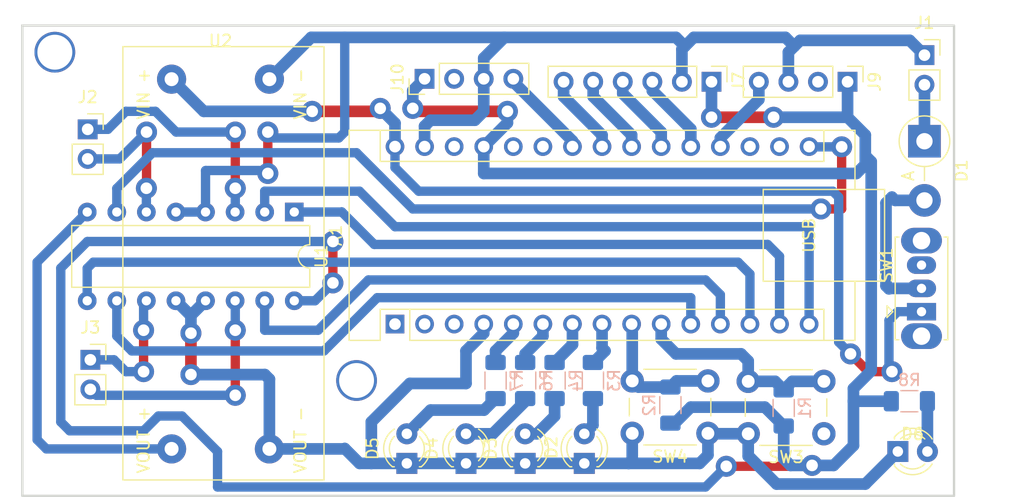
<source format=kicad_pcb>
(kicad_pcb (version 20221018) (generator pcbnew)
  (layers (0 "F.Cu" signal) (31 "B.Cu" signal) (34 "B.Paste" user) (35 "F.Paste" user) (36 "B.SilkS" user "B.Silkscreen") (37 "F.SilkS" user "F.Silkscreen") (38 "B.Mask" user) (39 "F.Mask" user) (44 "Edge.Cuts" user))
  (net 0 "")
  (net 4 "GND")
  (net 5 "/PWM1")
  (net 8 "/S1")
  (net 11 "/5v")
  (net 13 "/VIN")
  (net 14 "VCC")
  (net 15 "Net-(D1-K)")
  (net 16 "Net-(D4-A)")
  (net 17 "Net-(D5-A)")
  (net 18 "Net-(D6-A)")
  (net 19 "/L2")
  (net 20 "/L1")
  (net 22 "/INA1")
  (net 23 "/INA2")
  (net 24 "/Vm")
  (net 25 "/INB1")
  (net 26 "/B1")
  (net 27 "/B2")
  (net 28 "/INB2")
  (net 29 "/DATA1")
  (net 30 "/DATA2")
  (net 33 "/OUTA1")
  (net 34 "/OUTA2")
  (net 35 "/OUTB1")
  (net 36 "/OUTB2")
  (net 37 "/PWM2")
  (net 38 "Net-(D2-A)")
  (net 39 "Net-(D3-A)")
  (net 40 "/L4")
  (net 41 "/L3")
  (net 42 "/S2")
  (net 43 "/S3")
  (net 44 "/S4")
  (footprint "LED_THT:LED_D3.0mm" (layer "F.Cu") (at 142.494 56.901 90)
    (fp_text reference "D3" (at 1.27 -2.96 90) (layer "F.SilkS"))
    (fp_text value "LED")
    (pad "1" thru_hole rect (at 0 0 90) (size 1.8 1.8) (drill 0.9) (layers "*.Cu" "*.Mask") (net 4 "GND"))
    (pad "2" thru_hole circle (at 2.54 0 90) (size 1.8 1.8) (drill 0.9) (layers "*.Cu" "*.Mask") (net 39 "Net-(D3-A)"))
  )
  (footprint "Module:Arduino_Nano" (layer "F.Cu") (at 131.318 44.938 90)
    (fp_text reference "A1" (at 7.62 -5.08 90) (layer "F.SilkS"))
    (fp_text value "Arduino_Nano_v3.x")
    (fp_text user "USB" (at 7.62 35.56 90 unlocked) (layer "F.SilkS"))
    (pad "1" thru_hole rect (at 0 0 90) (size 1.6 1.6) (drill 1) (layers "*.Cu" "*.Mask"))
    (pad "2" thru_hole oval (at 0 2.54 90) (size 1.6 1.6) (drill 1) (layers "*.Cu" "*.Mask"))
    (pad "3" thru_hole oval (at 0 5.08 90) (size 1.6 1.6) (drill 1) (layers "*.Cu" "*.Mask"))
    (pad "4" thru_hole oval (at 0 7.62 90) (size 1.6 1.6) (drill 1) (layers "*.Cu" "*.Mask") (net 4 "GND"))
    (pad "5" thru_hole oval (at 0 10.16 90) (size 1.6 1.6) (drill 1) (layers "*.Cu" "*.Mask") (net 20 "/L1"))
    (pad "6" thru_hole oval (at 0 12.7 90) (size 1.6 1.6) (drill 1) (layers "*.Cu" "*.Mask") (net 19 "/L2"))
    (pad "7" thru_hole oval (at 0 15.24 90) (size 1.6 1.6) (drill 1) (layers "*.Cu" "*.Mask") (net 41 "/L3"))
    (pad "8" thru_hole oval (at 0 17.78 90) (size 1.6 1.6) (drill 1) (layers "*.Cu" "*.Mask") (net 40 "/L4"))
    (pad "9" thru_hole oval (at 0 20.32 90) (size 1.6 1.6) (drill 1) (layers "*.Cu" "*.Mask") (net 27 "/B2"))
    (pad "10" thru_hole oval (at 0 22.86 90) (size 1.6 1.6) (drill 1) (layers "*.Cu" "*.Mask") (net 26 "/B1"))
    (pad "11" thru_hole oval (at 0 25.4 90) (size 1.6 1.6) (drill 1) (layers "*.Cu" "*.Mask") (net 25 "/INB1"))
    (pad "12" thru_hole oval (at 0 27.94 90) (size 1.6 1.6) (drill 1) (layers "*.Cu" "*.Mask") (net 28 "/INB2"))
    (pad "13" thru_hole oval (at 0 30.48 90) (size 1.6 1.6) (drill 1) (layers "*.Cu" "*.Mask") (net 37 "/PWM2"))
    (pad "14" thru_hole oval (at 0 33.02 90) (size 1.6 1.6) (drill 1) (layers "*.Cu" "*.Mask") (net 5 "/PWM1"))
    (pad "15" thru_hole oval (at 0 35.56 90) (size 1.6 1.6) (drill 1) (layers "*.Cu" "*.Mask") (net 22 "/INA1"))
    (pad "16" thru_hole oval (at 15.24 35.56 90) (size 1.6 1.6) (drill 1) (layers "*.Cu" "*.Mask") (net 23 "/INA2"))
    (pad "17" thru_hole oval (at 15.24 33.02 90) (size 1.6 1.6) (drill 1) (layers "*.Cu" "*.Mask"))
    (pad "18" thru_hole oval (at 15.24 30.48 90) (size 1.6 1.6) (drill 1) (layers "*.Cu" "*.Mask"))
    (pad "19" thru_hole oval (at 15.24 27.94 90) (size 1.6 1.6) (drill 1) (layers "*.Cu" "*.Mask") (net 29 "/DATA1"))
    (pad "20" thru_hole oval (at 15.24 25.4 90) (size 1.6 1.6) (drill 1) (layers "*.Cu" "*.Mask") (net 8 "/S1"))
    (pad "21" thru_hole oval (at 15.24 22.86 90) (size 1.6 1.6) (drill 1) (layers "*.Cu" "*.Mask") (net 42 "/S2"))
    (pad "22" thru_hole oval (at 15.24 20.32 90) (size 1.6 1.6) (drill 1) (layers "*.Cu" "*.Mask") (net 43 "/S3"))
    (pad "23" thru_hole oval (at 15.24 17.78 90) (size 1.6 1.6) (drill 1) (layers "*.Cu" "*.Mask") (net 44 "/S4"))
    (pad "24" thru_hole oval (at 15.24 15.24 90) (size 1.6 1.6) (drill 1) (layers "*.Cu" "*.Mask") (net 30 "/DATA2"))
    (pad "25" thru_hole oval (at 15.24 12.7 90) (size 1.6 1.6) (drill 1) (layers "*.Cu" "*.Mask"))
    (pad "26" thru_hole oval (at 15.24 10.16 90) (size 1.6 1.6) (drill 1) (layers "*.Cu" "*.Mask"))
    (pad "27" thru_hole oval (at 15.24 7.62 90) (size 1.6 1.6) (drill 1) (layers "*.Cu" "*.Mask") (net 11 "/5v"))
    (pad "28" thru_hole oval (at 15.24 5.08 90) (size 1.6 1.6) (drill 1) (layers "*.Cu" "*.Mask"))
    (pad "29" thru_hole oval (at 15.24 2.54 90) (size 1.6 1.6) (drill 1) (layers "*.Cu" "*.Mask") (net 4 "GND"))
    (pad "30" thru_hole oval (at 15.24 0 90) (size 1.6 1.6) (drill 1) (layers "*.Cu" "*.Mask") (net 13 "/VIN"))
  )
  (footprint "Connector_PinSocket_2.54mm:PinSocket_1x02_P2.54mm_Vertical" (layer "F.Cu") (at 176.784 21.844)
    (fp_text reference "J1" (at 0 -2.77) (layer "F.SilkS"))
    (fp_text value "Screw_Terminal_01x02")
    (pad "1" thru_hole rect (at 0 0) (size 1.7 1.7) (drill 1) (layers "*.Cu" "*.Mask") (net 4 "GND"))
    (pad "2" thru_hole oval (at 0 2.54) (size 1.7 1.7) (drill 1) (layers "*.Cu" "*.Mask") (net 14 "VCC"))
  )
  (footprint "propios:MT3608" (layer "F.Cu") (at 116.332 21.1135)
    (fp_text reference "U2" (at 0 -0.5 unlocked) (layer "F.SilkS"))
    (fp_text value "Mt3608")
    (fp_text user "VIN +" (at -6.604 4.064 90 unlocked) (layer "F.SilkS"))
    (fp_text user "VOUT +" (at -6.604 33.782 90 unlocked) (layer "F.SilkS"))
    (fp_text user "VIN -" (at 6.858 4.064 90 unlocked) (layer "F.SilkS"))
    (fp_text user "VOUT -" (at 6.858 33.782 90 unlocked) (layer "F.SilkS"))
    (pad "1" thru_hole circle (at -4.2 2.794) (size 2.5 2.5) (drill 1.2) (layers "*.Cu" "*.Mask") (net 13 "/VIN"))
    (pad "2" thru_hole circle (at -4.2 34.544) (size 2.5 2.5) (drill 1.2) (layers "*.Cu" "*.Mask") (net 24 "/Vm"))
    (pad "3" thru_hole circle (at 4.2 2.794) (size 2.5 2.5) (drill 1.2) (layers "*.Cu" "*.Mask") (net 4 "GND"))
    (pad "4" thru_hole circle (at 4.2 34.544) (size 2.5 2.5) (drill 1.2) (layers "*.Cu" "*.Mask") (net 4 "GND"))
  )
  (footprint "LED_THT:LED_D3.0mm" (layer "F.Cu") (at 174.498 55.88)
    (fp_text reference "D6" (at 1.270117 -1.5) (layer "F.SilkS"))
    (fp_text value "LED")
    (pad "1" thru_hole rect (at 0 0) (size 1.8 1.8) (drill 0.9) (layers "*.Cu" "*.Mask") (net 4 "GND"))
    (pad "2" thru_hole circle (at 2.54 0) (size 1.8 1.8) (drill 0.9) (layers "*.Cu" "*.Mask") (net 18 "Net-(D6-A)"))
  )
  (footprint "Connector_PinHeader_2.54mm:PinHeader_1x06_P2.54mm_Vertical" (layer "F.Cu") (at 158.496 24.13 -90)
    (fp_text reference "J7" (at 0 -2.33 90) (layer "F.SilkS"))
    (fp_text value "Conn_01x06_Pin")
    (pad "1" thru_hole rect (at 0 0 270) (size 1.7 1.7) (drill 1) (layers "*.Cu" "*.Mask") (net 11 "/5v"))
    (pad "2" thru_hole oval (at 0 2.54 270) (size 1.7 1.7) (drill 1) (layers "*.Cu" "*.Mask") (net 4 "GND"))
    (pad "3" thru_hole oval (at 0 5.08 270) (size 1.7 1.7) (drill 1) (layers "*.Cu" "*.Mask") (net 8 "/S1"))
    (pad "4" thru_hole oval (at 0 7.62 270) (size 1.7 1.7) (drill 1) (layers "*.Cu" "*.Mask") (net 42 "/S2"))
    (pad "5" thru_hole oval (at 0 10.16 270) (size 1.7 1.7) (drill 1) (layers "*.Cu" "*.Mask") (net 43 "/S3"))
    (pad "6" thru_hole oval (at 0 12.7 270) (size 1.7 1.7) (drill 1) (layers "*.Cu" "*.Mask") (net 44 "/S4"))
  )
  (footprint "Package_DIP:DIP-16_W7.62mm" (layer "F.Cu") (at 122.667 35.316 -90)
    (fp_text reference "U1" (at 3.81 -2.33 90) (layer "F.SilkS"))
    (fp_text value "L293")
    (pad "1" thru_hole rect (at 0 0 270) (size 1.6 1.6) (drill 0.8) (layers "*.Cu" "*.Mask") (net 5 "/PWM1"))
    (pad "2" thru_hole oval (at 0 2.54 270) (size 1.6 1.6) (drill 0.8) (layers "*.Cu" "*.Mask") (net 22 "/INA1"))
    (pad "3" thru_hole oval (at 0 5.08 270) (size 1.6 1.6) (drill 0.8) (layers "*.Cu" "*.Mask") (net 33 "/OUTA1"))
    (pad "4" thru_hole oval (at 0 7.62 270) (size 1.6 1.6) (drill 0.8) (layers "*.Cu" "*.Mask") (net 4 "GND"))
    (pad "5" thru_hole oval (at 0 10.16 270) (size 1.6 1.6) (drill 0.8) (layers "*.Cu" "*.Mask") (net 4 "GND"))
    (pad "6" thru_hole oval (at 0 12.7 270) (size 1.6 1.6) (drill 0.8) (layers "*.Cu" "*.Mask") (net 34 "/OUTA2"))
    (pad "7" thru_hole oval (at 0 15.24 270) (size 1.6 1.6) (drill 0.8) (layers "*.Cu" "*.Mask") (net 23 "/INA2"))
    (pad "8" thru_hole oval (at 0 17.78 270) (size 1.6 1.6) (drill 0.8) (layers "*.Cu" "*.Mask") (net 24 "/Vm"))
    (pad "9" thru_hole oval (at 7.62 17.78 270) (size 1.6 1.6) (drill 0.8) (layers "*.Cu" "*.Mask") (net 37 "/PWM2"))
    (pad "10" thru_hole oval (at 7.62 15.24 270) (size 1.6 1.6) (drill 0.8) (layers "*.Cu" "*.Mask") (net 25 "/INB1"))
    (pad "11" thru_hole oval (at 7.62 12.7 270) (size 1.6 1.6) (drill 0.8) (layers "*.Cu" "*.Mask") (net 35 "/OUTB1"))
    (pad "12" thru_hole oval (at 7.62 10.16 270) (size 1.6 1.6) (drill 0.8) (layers "*.Cu" "*.Mask") (net 4 "GND"))
    (pad "13" thru_hole oval (at 7.62 7.62 270) (size 1.6 1.6) (drill 0.8) (layers "*.Cu" "*.Mask") (net 4 "GND"))
    (pad "14" thru_hole oval (at 7.62 5.08 270) (size 1.6 1.6) (drill 0.8) (layers "*.Cu" "*.Mask") (net 36 "/OUTB2"))
    (pad "15" thru_hole oval (at 7.62 2.54 270) (size 1.6 1.6) (drill 0.8) (layers "*.Cu" "*.Mask") (net 28 "/INB2"))
    (pad "16" thru_hole oval (at 7.62 0 270) (size 1.6 1.6) (drill 0.8) (layers "*.Cu" "*.Mask") (net 11 "/5v"))
  )
  (footprint "Diode_THT:D_5W_P5.08mm_Vertical_AnodeUp" (layer "F.Cu") (at 176.784 29.235949 -90)
    (fp_text reference "D1" (at 2.54 -3.174899 90) (layer "F.SilkS"))
    (fp_text value "type=\"D\" model=\"DIODE\" lib=\"\"")
    (fp_text user "A" (at 2.98 1.4 90) (layer "F.SilkS"))
    (pad "1" thru_hole rect (at 0 0 270) (size 2.8 2.8) (drill 1.4) (layers "*.Cu" "*.Mask") (net 14 "VCC"))
    (pad "2" thru_hole oval (at 5.08 0 270) (size 2.8 2.8) (drill 1.4) (layers "*.Cu" "*.Mask") (net 15 "Net-(D1-K)"))
  )
  (footprint "LED_THT:LED_D3.0mm" (layer "F.Cu") (at 147.574 56.901 90)
    (fp_text reference "D2" (at 1.366487 -2.838341 90) (layer "F.SilkS"))
    (fp_text value "LED")
    (pad "1" thru_hole rect (at 0 0 90) (size 1.8 1.8) (drill 0.9) (layers "*.Cu" "*.Mask") (net 4 "GND"))
    (pad "2" thru_hole circle (at 2.54 0 90) (size 1.8 1.8) (drill 0.9) (layers "*.Cu" "*.Mask") (net 38 "Net-(D2-A)"))
  )
  (footprint "" (layer "F.Cu") (at 128.016 49.784)
    (fp_text reference "" (at 0 0) (layer "F.SilkS") (effects (font (size 1.27 1.27))))
    (fp_text value "" (at 0 0) (layer "F.SilkS") (effects (font (size 1.27 1.27))))
    (pad "1" thru_hole circle (at 0 0) (size 3.5 3.5) (drill 3) (layers "*.Cu" "*.Mask"))
  )
  (footprint "Connector_PinHeader_2.54mm:PinHeader_1x04_P2.54mm_Vertical" (layer "F.Cu") (at 170.18 24.13 -90)
    (fp_text reference "J9" (at 0 -2.33 90) (layer "F.SilkS"))
    (fp_text value "Conn_01x04_Male")
    (pad "1" thru_hole rect (at 0 0 270) (size 1.7 1.7) (drill 1) (layers "*.Cu" "*.Mask") (net 11 "/5v"))
    (pad "2" thru_hole oval (at 0 2.54 270) (size 1.7 1.7) (drill 1) (layers "*.Cu" "*.Mask"))
    (pad "3" thru_hole oval (at 0 5.08 270) (size 1.7 1.7) (drill 1) (layers "*.Cu" "*.Mask") (net 4 "GND"))
    (pad "4" thru_hole oval (at 0 7.62 270) (size 1.7 1.7) (drill 1) (layers "*.Cu" "*.Mask") (net 29 "/DATA1"))
  )
  (footprint "Connector_PinSocket_2.54mm:PinSocket_1x02_P2.54mm_Vertical" (layer "F.Cu") (at 104.927 28.214)
    (fp_text reference "J2" (at 0 -2.77) (layer "F.SilkS"))
    (fp_text value "Conn_01x02_Socket")
    (pad "1" thru_hole rect (at 0 0) (size 1.7 1.7) (drill 1) (layers "*.Cu" "*.Mask") (net 33 "/OUTA1"))
    (pad "2" thru_hole oval (at 0 2.54) (size 1.7 1.7) (drill 1) (layers "*.Cu" "*.Mask") (net 34 "/OUTA2"))
  )
  (footprint "Button_Switch_THT:SW_PUSH_6mm" (layer "F.Cu") (at 158.19 54.32 180)
    (fp_text reference "SW4" (at 3.25 -2) (layer "F.SilkS"))
    (fp_text value "SW_Push")
    (pad "1" thru_hole circle (at 0 0 270) (size 2 2) (drill 1.1) (layers "*.Cu" "*.Mask") (net 4 "GND"))
    (pad "1" thru_hole circle (at 6.5 0 270) (size 2 2) (drill 1.1) (layers "*.Cu" "*.Mask") (net 4 "GND"))
    (pad "2" thru_hole circle (at 0 4.5 270) (size 2 2) (drill 1.1) (layers "*.Cu" "*.Mask") (net 27 "/B2"))
    (pad "2" thru_hole circle (at 6.5 4.5 270) (size 2 2) (drill 1.1) (layers "*.Cu" "*.Mask") (net 27 "/B2"))
  )
  (footprint "Connector_PinSocket_2.54mm:PinSocket_1x02_P2.54mm_Vertical" (layer "F.Cu") (at 105.156 48.006)
    (fp_text reference "J3" (at 0 -2.77) (layer "F.SilkS"))
    (fp_text value "Conn_01x02_Socket")
    (pad "1" thru_hole rect (at 0 0) (size 1.7 1.7) (drill 1) (layers "*.Cu" "*.Mask") (net 35 "/OUTB1"))
    (pad "2" thru_hole oval (at 0 2.54) (size 1.7 1.7) (drill 1) (layers "*.Cu" "*.Mask") (net 36 "/OUTB2"))
  )
  (footprint "Connector_PinHeader_2.54mm:PinHeader_1x04_P2.54mm_Vertical" (layer "F.Cu") (at 133.858 23.876 90)
    (fp_text reference "J10" (at 0 -2.33 90) (layer "F.SilkS"))
    (fp_text value "Conn_01x04_Male")
    (pad "1" thru_hole rect (at 0 0 90) (size 1.7 1.7) (drill 1) (layers "*.Cu" "*.Mask") (net 11 "/5v"))
    (pad "2" thru_hole oval (at 0 2.54 90) (size 1.7 1.7) (drill 1) (layers "*.Cu" "*.Mask"))
    (pad "3" thru_hole oval (at 0 5.08 90) (size 1.7 1.7) (drill 1) (layers "*.Cu" "*.Mask") (net 4 "GND"))
    (pad "4" thru_hole oval (at 0 7.62 90) (size 1.7 1.7) (drill 1) (layers "*.Cu" "*.Mask") (net 30 "/DATA2"))
  )
  (footprint "" (layer "F.Cu") (at 102.108 21.59)
    (fp_text reference "" (at 0 0) (layer "F.SilkS") (effects (font (size 1.27 1.27))))
    (fp_text value "" (at 0 0) (layer "F.SilkS") (effects (font (size 1.27 1.27))))
    (pad "1" thru_hole circle (at 0 0) (size 3.5 3.5) (drill 3) (layers "*.Cu" "*.Mask"))
  )
  (footprint "Button_Switch_THT:SW_PUSH_6mm" (layer "F.Cu") (at 168.148 54.356 180)
    (fp_text reference "SW3" (at 3.25 -2) (layer "F.SilkS"))
    (fp_text value "SW_Push")
    (pad "1" thru_hole circle (at 0 0 270) (size 2 2) (drill 1.1) (layers "*.Cu" "*.Mask") (net 4 "GND"))
    (pad "1" thru_hole circle (at 6.5 0 270) (size 2 2) (drill 1.1) (layers "*.Cu" "*.Mask") (net 4 "GND"))
    (pad "2" thru_hole circle (at 0 4.5 270) (size 2 2) (drill 1.1) (layers "*.Cu" "*.Mask") (net 26 "/B1"))
    (pad "2" thru_hole circle (at 6.5 4.5 270) (size 2 2) (drill 1.1) (layers "*.Cu" "*.Mask") (net 26 "/B1"))
  )
  (footprint "LED_THT:LED_D3.0mm" (layer "F.Cu") (at 132.334 56.901 90)
    (fp_text reference "D5" (at 1.27 -2.96 90) (layer "F.SilkS"))
    (fp_text value "LED")
    (pad "1" thru_hole rect (at 0 0 90) (size 1.8 1.8) (drill 0.9) (layers "*.Cu" "*.Mask") (net 4 "GND"))
    (pad "2" thru_hole circle (at 2.54 0 90) (size 1.8 1.8) (drill 0.9) (layers "*.Cu" "*.Mask") (net 17 "Net-(D5-A)"))
  )
  (footprint "Button_Switch_THT:SW_Slide_1P2T_CK_OS102011MS2Q" (layer "F.Cu") (at 176.53 43.874 90)
    (fp_text reference "SW1" (at 3.99 -2.99 90) (layer "F.SilkS"))
    (fp_text value "SW_DPDT_x2")
    (pad "" thru_hole oval (at -2.1 0 90) (size 2.2 3.5) (drill 1.5) (layers "*.Cu" "*.Mask"))
    (pad "" thru_hole oval (at 6.1 0 90) (size 2.2 3.5) (drill 1.5) (layers "*.Cu" "*.Mask"))
    (pad "1" thru_hole rect (at 0 0 90) (size 1.5 2.5) (drill 0.8) (layers "*.Cu" "*.Mask") (net 13 "/VIN"))
    (pad "2" thru_hole oval (at 2 0 90) (size 1.5 2.5) (drill 0.8) (layers "*.Cu" "*.Mask") (net 15 "Net-(D1-K)"))
    (pad "3" thru_hole oval (at 4 0 90) (size 1.5 2.5) (drill 0.8) (layers "*.Cu" "*.Mask"))
  )
  (footprint "LED_THT:LED_D3.0mm" (layer "F.Cu") (at 137.414 56.901 90)
    (fp_text reference "D4" (at 1.27 -2.96 90) (layer "F.SilkS"))
    (fp_text value "LED")
    (pad "1" thru_hole rect (at 0 0 90) (size 1.8 1.8) (drill 0.9) (layers "*.Cu" "*.Mask") (net 4 "GND"))
    (pad "2" thru_hole circle (at 2.54 0 90) (size 1.8 1.8) (drill 0.9) (layers "*.Cu" "*.Mask") (net 16 "Net-(D4-A)"))
  )
  (footprint "Resistor_SMD:R_1206_3216Metric_Pad1.30x1.75mm_HandSolder" (layer "B.Cu") (at 148.312 49.784 90)
    (fp_text reference "R3" (at 0 1.82 90) (layer "B.SilkS") (effects (justify mirror)))
    (fp_text value "1000")
    (pad "1" smd roundrect (at -1.55 0 90) (size 1.3 1.75) (layers "B.Cu" "B.Paste" "B.Mask") (roundrect_rratio 0.192308) (net 38 "Net-(D2-A)"))
    (pad "2" smd roundrect (at 1.55 0 90) (size 1.3 1.75) (layers "B.Cu" "B.Paste" "B.Mask") (roundrect_rratio 0.192308) (net 40 "/L4"))
  )
  (footprint "Resistor_SMD:R_1206_3216Metric_Pad1.30x1.75mm_HandSolder" (layer "B.Cu") (at 142.494 49.784 90)
    (fp_text reference "R6" (at 0 1.82 90) (layer "B.SilkS") (effects (justify mirror)))
    (fp_text value "1000")
    (pad "1" smd roundrect (at -1.55 0 90) (size 1.3 1.75) (layers "B.Cu" "B.Paste" "B.Mask") (roundrect_rratio 0.192308) (net 16 "Net-(D4-A)"))
    (pad "2" smd roundrect (at 1.55 0 90) (size 1.3 1.75) (layers "B.Cu" "B.Paste" "B.Mask") (roundrect_rratio 0.192308) (net 19 "/L2"))
  )
  (footprint "Resistor_SMD:R_1206_3216Metric_Pad1.30x1.75mm_HandSolder" (layer "B.Cu") (at 164.696 52.142 90)
    (fp_text reference "R1" (at 0 1.82 90) (layer "B.SilkS") (effects (justify mirror)))
    (fp_text value "R")
    (pad "1" smd roundrect (at -1.55 0 90) (size 1.3 1.75) (layers "B.Cu" "B.Paste" "B.Mask") (roundrect_rratio 0.192308) (net 11 "/5v"))
    (pad "2" smd roundrect (at 1.55 0 90) (size 1.3 1.75) (layers "B.Cu" "B.Paste" "B.Mask") (roundrect_rratio 0.192308) (net 26 "/B1"))
  )
  (footprint "Resistor_SMD:R_1206_3216Metric_Pad1.30x1.75mm_HandSolder" (layer "B.Cu") (at 154.966 51.895 -90)
    (fp_text reference "R2" (at 0 1.82 90) (layer "B.SilkS") (effects (justify mirror)))
    (fp_text value "R")
    (pad "1" smd roundrect (at -1.55 0 270) (size 1.3 1.75) (layers "B.Cu" "B.Paste" "B.Mask") (roundrect_rratio 0.192308) (net 27 "/B2"))
    (pad "2" smd roundrect (at 1.55 0 270) (size 1.3 1.75) (layers "B.Cu" "B.Paste" "B.Mask") (roundrect_rratio 0.192308) (net 11 "/5v"))
  )
  (footprint "Resistor_SMD:R_1206_3216Metric_Pad1.30x1.75mm_HandSolder" (layer "B.Cu") (at 175.488 51.562 180)
    (fp_text reference "R8" (at 0 1.82) (layer "B.SilkS") (effects (justify mirror)))
    (fp_text value "1000")
    (pad "1" smd roundrect (at -1.55 0 180) (size 1.3 1.75) (layers "B.Cu" "B.Paste" "B.Mask") (roundrect_rratio 0.192308) (net 18 "Net-(D6-A)"))
    (pad "2" smd roundrect (at 1.55 0 180) (size 1.3 1.75) (layers "B.Cu" "B.Paste" "B.Mask") (roundrect_rratio 0.192308) (net 11 "/5v"))
  )
  (footprint "Resistor_SMD:R_1206_3216Metric_Pad1.30x1.75mm_HandSolder" (layer "B.Cu") (at 145.022 49.784 90)
    (fp_text reference "R4" (at 0 1.82 90) (layer "B.SilkS") (effects (justify mirror)))
    (fp_text value "1000")
    (pad "1" smd roundrect (at -1.55 0 90) (size 1.3 1.75) (layers "B.Cu" "B.Paste" "B.Mask") (roundrect_rratio 0.192308) (net 39 "Net-(D3-A)"))
    (pad "2" smd roundrect (at 1.55 0 90) (size 1.3 1.75) (layers "B.Cu" "B.Paste" "B.Mask") (roundrect_rratio 0.192308) (net 41 "/L3"))
  )
  (footprint "Resistor_SMD:R_1206_3216Metric_Pad1.30x1.75mm_HandSolder" (layer "B.Cu") (at 139.954 49.784 90)
    (fp_text reference "R7" (at 0 1.82 90) (layer "B.SilkS") (effects (justify mirror)))
    (fp_text value "1000")
    (pad "1" smd roundrect (at -1.55 0 90) (size 1.3 1.75) (layers "B.Cu" "B.Paste" "B.Mask") (roundrect_rratio 0.192308) (net 17 "Net-(D5-A)"))
    (pad "2" smd roundrect (at 1.55 0 90) (size 1.3 1.75) (layers "B.Cu" "B.Paste" "B.Mask") (roundrect_rratio 0.192308) (net 20 "/L1"))
  )
  (gr_rect (start 99.314 19.304) (end 179.324 59.69) (stroke (width 0.2)) (fill none) (layer "Edge.Cuts"))
  (segment (start 113.792 49.276) (end 113.792 45.72) (width 1) (layer "F.Cu") (net 4))
  (segment (start 120.396 28.448) (end 120.396 32.004) (width 0.8) (layer "F.Cu") (net 4))
  (via (at 120.396 32.004) (size 1.8) (drill 1) (layers "F.Cu" "B.Cu") (net 4))
  (via (at 113.792 49.276) (size 1.8) (drill 1) (layers "F.Cu" "B.Cu") (net 4))
  (via (at 120.396 28.448) (size 1.8) (drill 1) (layers "F.Cu" "B.Cu") (net 4))
  (via (at 113.792 45.72) (size 1.8) (drill 1) (layers "F.Cu" "B.Cu") (net 4))
  (segment (start 164.846 20.32) (end 156.972 20.32) (width 1) (layer "B.Cu") (net 4))
  (segment (start 113.792 45.72) (end 113.792 44.221) (width 1) (layer "B.Cu") (net 4))
  (segment (start 157.475 56.901) (end 151.379 56.901) (width 1) (layer "B.Cu") (net 4))
  (segment (start 155.448 20.32) (end 140.716 20.32) (width 1) (layer "B.Cu") (net 4))
  (segment (start 161.648 56.284) (end 161.648 54.356) (width 1) (layer "B.Cu") (net 4))
  (segment (start 113.792 49.276) (end 120.142 49.276) (width 1) (layer "B.Cu") (net 4))
  (segment (start 158.19 54.32) (end 158.19 56.186) (width 1) (layer "B.Cu") (net 4))
  (segment (start 158.19 56.186) (end 157.475 56.901) (width 1) (layer "B.Cu") (net 4))
  (segment (start 174.498 55.88) (end 171.704 58.674) (width 1) (layer "B.Cu") (net 4))
  (segment (start 138.938 22.098) (end 138.938 23.876) (width 1) (layer "B.Cu") (net 4))
  (segment (start 113.792 44.191) (end 115.047 42.936) (width 1) (layer "B.Cu") (net 4))
  (segment (start 161.648 54.356) (end 158.226 54.356) (width 1) (layer "B.Cu") (net 4))
  (segment (start 164.084 58.674) (end 161.694 56.284) (width 1) (layer "B.Cu") (net 4))
  (segment (start 120.904 28.956) (end 126.492 28.956) (width 0.8) (layer "B.Cu") (net 4))
  (segment (start 147.574 56.901) (end 132.334 56.901) (width 1) (layer "B.Cu") (net 4))
  (segment (start 137.414 47.244) (end 137.414 50.038) (width 1) (layer "B.Cu") (net 4))
  (segment (start 124.1195 20.32) (end 120.532 23.9075) (width 1) (layer "B.Cu") (net 4))
  (segment (start 151.379 56.901) (end 151.69 56.59) (width 1) (layer "B.Cu") (net 4))
  (segment (start 120.142 31.75) (end 115.062 31.75) (width 0.8) (layer "B.Cu") (net 4))
  (segment (start 129.286 56.901) (end 128.275 56.901) (width 1) (layer "B.Cu") (net 4))
  (segment (start 113.792 44.221) (end 113.792 44.191) (width 1) (layer "B.Cu") (net 4))
  (segment (start 115.047 31.765) (end 115.047 35.316) (width 0.8) (layer "B.Cu") (net 4))
  (segment (start 165.608 21.082) (end 165.1 21.59) (width 1) (layer "B.Cu") (net 4))
  (segment (start 158.226 54.356) (end 158.19 54.32) (width 1) (layer "B.Cu") (net 4))
  (segment (start 156.21 21.082) (end 155.956 21.336) (width 1) (layer "B.Cu") (net 4))
  (segment (start 165.1 21.59) (end 165.1 24.13) (width 1) (layer "B.Cu") (net 4))
  (segment (start 126.492 28.956) (end 127 28.448) (width 0.8) (layer "B.Cu") (net 4))
  (segment (start 113.792 44.221) (end 112.507 42.936) (width 1) (layer "B.Cu") (net 4))
  (segment (start 140.716 20.32) (end 138.938 22.098) (width 1) (layer "B.Cu") (net 4))
  (segment (start 166.116 20.574) (end 165.608 21.082) (width 1) (layer "B.Cu") (net 4))
  (segment (start 137.414 50.038) (end 132.588 50.038) (width 1) (layer "B.Cu") (net 4))
  (segment (start 120.532 49.666) (end 120.532 55.6575) (width 1) (layer "B.Cu") (net 4))
  (segment (start 128.275 56.901) (end 127 55.626) (width 1) (layer "B.Cu") (net 4))
  (segment (start 134.366 27.432) (end 138.176 27.432) (width 1) (layer "B.Cu") (net 4))
  (segment (start 127 20.32) (end 124.1195 20.32) (width 1) (layer "B.Cu") (net 4))
  (segment (start 156.21 21.082) (end 155.448 20.32) (width 1) (layer "B.Cu") (net 4))
  (segment (start 132.334 56.901) (end 129.286 56.901) (width 1) (layer "B.Cu") (net 4))
  (segment (start 147.574 56.901) (end 151.379 56.901) (width 1) (layer "B.Cu") (net 4))
  (segment (start 115.062 31.75) (end 115.047 31.765) (width 0.8) (layer "B.Cu") (net 4))
  (segment (start 120.396 32.004) (end 120.142 31.75) (width 0.8) (layer "B.Cu") (net 4))
  (segment (start 156.972 20.32) (end 156.21 21.082) (width 1) (layer "B.Cu") (net 4))
  (segment (start 171.704 58.674) (end 164.084 58.674) (width 1) (layer "B.Cu") (net 4))
  (segment (start 138.176 27.432) (end 138.938 26.67) (width 1) (layer "B.Cu") (net 4))
  (segment (start 120.142 49.276) (end 120.532 49.666) (width 1) (layer "B.Cu") (net 4))
  (segment (start 126.9685 55.6575) (end 127 55.626) (width 1) (layer "B.Cu") (net 4))
  (segment (start 112.507 35.316) (end 115.047 35.316) (width 0.8) (layer "B.Cu") (net 4))
  (segment (start 132.588 50.038) (end 129.286 53.34) (width 1) (layer "B.Cu") (net 4))
  (segment (start 133.858 29.698) (end 133.858 27.94) (width 1) (layer "B.Cu") (net 4))
  (segment (start 175.514 20.574) (end 166.116 20.574) (width 1) (layer "B.Cu") (net 4))
  (segment (start 140.716 20.32) (end 127 20.32) (width 1) (layer "B.Cu") (net 4))
  (segment (start 138.938 44.938) (end 138.938 45.72) (width 1) (layer "B.Cu") (net 4))
  (segment (start 161.694 56.284) (end 161.648 56.284) (width 1) (layer "B.Cu") (net 4))
  (segment (start 165.608 21.082) (end 164.846 20.32) (width 1) (layer "B.Cu") (net 4))
  (segment (start 129.286 53.34) (end 129.286 56.901) (width 1) (layer "B.Cu") (net 4))
  (segment (start 127 28.448) (end 127 20.32) (width 0.8) (layer "B.Cu") (net 4))
  (segment (start 155.956 21.336) (end 155.956 24.13) (width 1) (layer "B.Cu") (net 4))
  (segment (start 120.532 55.6575) (end 126.9685 55.6575) (width 1) (layer "B.Cu") (net 4))
  (segment (start 138.938 26.67) (end 138.938 23.876) (width 1) (layer "B.Cu") (net 4))
  (segment (start 133.858 27.94) (end 134.366 27.432) (width 1) (layer "B.Cu") (net 4))
  (segment (start 176.784 21.844) (end 175.514 20.574) (width 1) (layer "B.Cu") (net 4))
  (segment (start 120.396 28.448) (end 120.904 28.956) (width 0.8) (layer "B.Cu") (net 4))
  (segment (start 151.69 56.59) (end 151.69 54.32) (width 1) (layer "B.Cu") (net 4))
  (segment (start 138.938 45.72) (end 137.414 47.244) (width 1) (layer "B.Cu") (net 4))
  (segment (start 163.322 38.1) (end 129.54 38.1) (width 0.8) (layer "B.Cu") (net 5))
  (segment (start 126.746 35.306) (end 126.736 35.316) (width 0.8) (layer "B.Cu") (net 5))
  (segment (start 126.736 35.316) (end 122.667 35.316) (width 0.8) (layer "B.Cu") (net 5))
  (segment (start 122.677 35.306) (end 122.667 35.316) (width 0.8) (layer "B.Cu") (net 5))
  (segment (start 129.54 38.1) (end 126.746 35.306) (width 0.8) (layer "B.Cu") (net 5))
  (segment (start 164.338 44.938) (end 164.338 39.116) (width 0.8) (layer "B.Cu") (net 5))
  (segment (start 164.338 39.116) (end 163.322 38.1) (width 0.8) (layer "B.Cu") (net 5))
  (segment (start 156.718 28.194) (end 153.416 24.892) (width 1) (layer "B.Cu") (net 8))
  (segment (start 156.718 29.698) (end 156.718 28.194) (width 1) (layer "B.Cu") (net 8))
  (segment (start 153.416 24.892) (end 153.416 24.13) (width 1) (layer "B.Cu") (net 8))
  (segment (start 158.496 27.178) (end 163.83 27.178) (width 1) (layer "F.Cu") (net 11))
  (segment (start 167.0565 57.15) (end 167.132 57.0745) (width 0.8) (layer "F.Cu") (net 11))
  (segment (start 125.984 41.402) (end 125.984 37.846) (width 0.8) (layer "F.Cu") (net 11))
  (segment (start 159.766 57.15) (end 167.0565 57.15) (width 0.8) (layer "F.Cu") (net 11))
  (segment (start 140.97 26.67) (end 133.096 26.67) (width 1) (layer "F.Cu") (net 11))
  (segment (start 133.096 26.67) (end 132.842 26.416) (width 1) (layer "F.Cu") (net 11))
  (via (at 132.842 26.416) (size 1.8) (drill 1) (layers "F.Cu" "B.Cu") (net 11))
  (via (at 125.984 37.846) (size 1.8) (drill 1) (layers "F.Cu" "B.Cu") (net 11))
  (via (at 167.132 57.0745) (size 1.8) (drill 1) (layers "F.Cu" "B.Cu") (net 11))
  (via (at 140.97 26.67) (size 1.8) (drill 1) (layers "F.Cu" "B.Cu") (net 11))
  (via (at 125.984 41.402) (size 1.8) (drill 1) (layers "F.Cu" "B.Cu") (net 11))
  (via (at 158.496 27.178) (size 1.8) (drill 1) (layers "F.Cu" "B.Cu") (net 11))
  (via (at 159.766 57.15) (size 1.8) (drill 1) (layers "F.Cu" "B.Cu") (net 11))
  (via (at 163.83 27.178) (size 1.8) (drill 1) (layers "F.Cu" "B.Cu") (net 11))
  (segment (start 154.966 53.445) (end 155.343 53.445) (width 1) (layer "B.Cu") (net 11))
  (segment (start 170.688 50.470959) (end 172.212 48.946959) (width 1) (layer "B.Cu") (net 11))
  (segment (start 132.842 24.892) (end 133.858 23.876) (width 1) (layer "B.Cu") (net 11))
  (segment (start 173.938 51.562) (end 170.688 51.562) (width 1) (layer "B.Cu") (net 11))
  (segment (start 165.2785 57.0745) (end 164.696 56.492) (width 1) (layer "B.Cu") (net 11))
  (segment (start 110.998 52.832) (end 109.728 54.102) (width 0.8) (layer "B.Cu") (net 11))
  (segment (start 138.938 29.698) (end 140.97 27.666) (width 1) (layer "B.Cu") (net 11))
  (segment (start 138.938 29.698) (end 138.938 32.004) (width 1) (layer "B.Cu") (net 11))
  (segment (start 157.988 58.928) (end 116.078 58.928) (width 0.8) (layer "B.Cu") (net 11))
  (segment (start 116.078 55.88) (end 113.03 52.832) (width 0.8) (layer "B.Cu") (net 11))
  (segment (start 124.45 42.936) (end 125.984 41.402) (width 0.8) (layer "B.Cu") (net 11))
  (segment (start 104.902 37.846) (end 125.984 37.846) (width 0.8) (layer "B.Cu") (net 11))
  (segment (start 163.074 52.07) (end 164.696 53.692) (width 1) (layer "B.Cu") (net 11))
  (segment (start 103.378 54.102) (end 102.616 53.34) (width 0.8) (layer "B.Cu") (net 11))
  (segment (start 168.9855 57.0745) (end 170.688 55.372) (width 1) (layer "B.Cu") (net 11))
  (segment (start 109.728 54.102) (end 103.378 54.102) (width 0.8) (layer "B.Cu") (net 11))
  (segment (start 116.078 58.928) (end 116.078 55.88) (width 0.8) (layer "B.Cu") (net 11))
  (segment (start 122.667 42.936) (end 124.45 42.936) (width 0.8) (layer "B.Cu") (net 11))
  (segment (start 172.212 30.988) (end 171.704 30.48) (width 1) (layer "B.Cu") (net 11))
  (segment (start 102.616 53.34) (end 102.616 40.132) (width 0.8) (layer "B.Cu") (net 11))
  (segment (start 155.343 53.445) (end 156.718 52.07) (width 1) (layer "B.Cu") (net 11))
  (segment (start 170.942 32.004) (end 171.704 31.242) (width 1) (layer "B.Cu") (net 11))
  (segment (start 167.132 57.0745) (end 168.9855 57.0745) (width 1) (layer "B.Cu") (net 11))
  (segment (start 171.704 30.48) (end 171.704 28.702) (width 1) (layer "B.Cu") (net 11))
  (segment (start 102.616 40.132) (end 104.902 37.846) (width 0.8) (layer "B.Cu") (net 11))
  (segment (start 171.704 28.702) (end 170.18 27.178) (width 1) (layer "B.Cu") (net 11))
  (segment (start 140.97 27.666) (end 140.97 26.67) (width 1) (layer "B.Cu") (net 11))
  (segment (start 156.718 52.07) (end 163.074 52.07) (width 1) (layer "B.Cu") (net 11))
  (segment (start 170.688 55.372) (end 170.688 51.562) (width 1) (layer "B.Cu") (net 11))
  (segment (start 138.938 32.004) (end 170.942 32.004) (width 1) (layer "B.Cu") (net 11))
  (segment (start 158.496 27.178) (end 158.496 24.13) (width 1) (layer "B.Cu") (net 11))
  (segment (start 164.696 56.492) (end 164.696 53.692) (width 1) (layer "B.Cu") (net 11))
  (segment (start 170.18 27.178) (end 163.83 27.178) (width 1) (layer "B.Cu") (net 11))
  (segment (start 132.842 26.416) (end 132.842 24.892) (width 1) (layer "B.Cu") (net 11))
  (segment (start 167.132 57.0745) (end 165.2785 57.0745) (width 1) (layer "B.Cu") (net 11))
  (segment (start 170.688 51.562) (end 170.688 50.470959) (width 1) (layer "B.Cu") (net 11))
  (segment (start 159.766 57.15) (end 157.988 58.928) (width 0.8) (layer "B.Cu") (net 11))
  (segment (start 113.03 52.832) (end 110.998 52.832) (width 0.8) (layer "B.Cu") (net 11))
  (segment (start 170.18 24.13) (end 170.18 27.178) (width 1) (layer "B.Cu") (net 11))
  (segment (start 171.704 31.242) (end 171.704 30.48) (width 1) (layer "B.Cu") (net 11))
  (segment (start 172.212 48.946959) (end 172.212 30.988) (width 1) (layer "B.Cu") (net 11))
  (segment (start 130.048 26.416) (end 129.794 26.67) (width 1) (layer "F.Cu") (net 13))
  (segment (start 129.794 26.67) (end 124.206 26.67) (width 1) (layer "F.Cu") (net 13))
  (segment (start 170.434 47.498) (end 171.958 49.022) (width 0.8) (layer "F.Cu") (net 13))
  (segment (start 171.958 49.022) (end 173.99 49.022) (width 0.8) (layer "F.Cu") (net 13))
  (via (at 173.99 49.022) (size 1.8) (drill 1) (layers "F.Cu" "B.Cu") (net 13))
  (via (at 170.434 47.498) (size 1.8) (drill 1) (layers "F.Cu" "B.Cu") (net 13))
  (via (at 124.206 26.67) (size 1.8) (drill 1) (layers "F.Cu" "B.Cu") (net 13))
  (via (at 130.048 26.416) (size 1.8) (drill 1) (layers "F.Cu" "B.Cu") (net 13))
  (segment (start 169.418 46.482) (end 169.418 35.306) (width 0.8) (layer "B.Cu") (net 13))
  (segment (start 173.99 49.022) (end 173.736 48.768) (width 0.8) (layer "B.Cu") (net 13))
  (segment (start 169.418 34.036) (end 168.91 33.528) (width 0.8) (layer "B.Cu") (net 13))
  (segment (start 114.8945 26.67) (end 112.132 23.9075) (width 1) (layer "B.Cu") (net 13))
  (segment (start 173.736 44.618) (end 174.48 43.874) (width 0.8) (layer "B.Cu") (net 13))
  (segment (start 169.418 35.306) (end 169.418 34.036) (width 0.8) (layer "B.Cu") (net 13))
  (segment (start 168.91 33.528) (end 133.35 33.528) (width 0.8) (layer "B.Cu") (net 13))
  (segment (start 133.35 33.528) (end 131.318 31.496) (width 0.8) (layer "B.Cu") (net 13))
  (segment (start 131.318 31.496) (end 131.318 29.698) (width 0.8) (layer "B.Cu") (net 13))
  (segment (start 170.434 47.498) (end 169.418 46.482) (width 0.8) (layer "B.Cu") (net 13))
  (segment (start 131.318 27.686) (end 131.318 29.698) (width 1) (layer "B.Cu") (net 13))
  (segment (start 173.736 48.768) (end 173.736 44.618) (width 0.8) (layer "B.Cu") (net 13))
  (segment (start 174.48 43.874) (end 176.53 43.874) (width 0.8) (layer "B.Cu") (net 13))
  (segment (start 130.048 26.416) (end 131.318 27.686) (width 1) (layer "B.Cu") (net 13))
  (segment (start 124.206 26.67) (end 114.8945 26.67) (width 1) (layer "B.Cu") (net 13))
  (segment (start 176.784 29.235949) (end 176.784 24.384) (width 1) (layer "B.Cu") (net 14))
  (segment (start 173.482 41.656) (end 173.482 34.544) (width 1) (layer "B.Cu") (net 15))
  (segment (start 173.99 34.036) (end 174.269949 34.315949) (width 1) (layer "B.Cu") (net 15))
  (segment (start 173.736 41.91) (end 173.482 41.656) (width 1) (layer "B.Cu") (net 15))
  (segment (start 173.772 41.874) (end 173.736 41.91) (width 1) (layer "B.Cu") (net 15))
  (segment (start 173.482 34.544) (end 173.99 34.036) (width 1) (layer "B.Cu") (net 15))
  (segment (start 174.269949 34.315949) (end 176.784 34.315949) (width 1) (layer "B.Cu") (net 15))
  (segment (start 176.53 41.874) (end 173.772 41.874) (width 1) (layer "B.Cu") (net 15))
  (segment (start 139.708 54.361) (end 142.494 51.575) (width 1) (layer "B.Cu") (net 16))
  (segment (start 137.414 54.361) (end 139.708 54.361) (width 1) (layer "B.Cu") (net 16))
  (segment (start 142.494 51.575) (end 142.494 51.334) (width 1) (layer "B.Cu") (net 16))
  (segment (start 138.964 52.324) (end 139.954 51.334) (width 1) (layer "B.Cu") (net 17))
  (segment (start 134.371 52.324) (end 138.964 52.324) (width 1) (layer "B.Cu") (net 17))
  (segment (start 132.334 54.361) (end 134.371 52.324) (width 1) (layer "B.Cu") (net 17))
  (segment (start 177.038 55.88) (end 177.038 51.562) (width 1) (layer "B.Cu") (net 18))
  (segment (start 142.494 47.498) (end 144.018 45.974) (width 1) (layer "B.Cu") (net 19))
  (segment (start 142.494 48.234) (end 142.494 47.498) (width 1) (layer "B.Cu") (net 19))
  (segment (start 144.018 45.974) (end 144.018 44.938) (width 1) (layer "B.Cu") (net 19))
  (segment (start 139.954 47.244) (end 139.954 48.234) (width 1) (layer "B.Cu") (net 20))
  (segment (start 141.478 44.938) (end 141.478 45.72) (width 1) (layer "B.Cu") (net 20))
  (segment (start 141.478 45.72) (end 139.954 47.244) (width 1) (layer "B.Cu") (net 20))
  (segment (start 120.127 35.316) (end 120.127 33.528) (width 0.8) (layer "B.Cu") (net 22))
  (segment (start 131.318 36.576) (end 166.878 36.576) (width 0.8) (layer "B.Cu") (net 22))
  (segment (start 128.27 33.528) (end 131.318 36.576) (width 0.8) (layer "B.Cu") (net 22))
  (segment (start 120.127 33.528) (end 128.27 33.528) (width 0.8) (layer "B.Cu") (net 22))
  (segment (start 166.878 36.576) (end 166.878 44.938) (width 0.8) (layer "B.Cu") (net 22))
  (segment (start 169.672 29.718) (end 169.672 35.052) (width 0.8) (layer "F.Cu") (net 23))
  (segment (start 169.672 35.052) (end 167.894 35.052) (width 0.8) (layer "F.Cu") (net 23))
  (via (at 169.672 29.718) (size 1.8) (drill 1) (layers "F.Cu" "B.Cu") (net 23))
  (via (at 167.894 35.052) (size 1.8) (drill 1) (layers "F.Cu" "B.Cu") (net 23))
  (segment (start 166.898 29.718) (end 166.878 29.698) (width 0.8) (layer "B.Cu") (net 23))
  (segment (start 132.842 35.052) (end 128.016 30.226) (width 0.8) (layer "B.Cu") (net 23))
  (segment (start 169.672 29.718) (end 166.898 29.718) (width 0.8) (layer "B.Cu") (net 23))
  (segment (start 107.427 33.289) (end 107.427 35.316) (width 0.8) (layer "B.Cu") (net 23))
  (segment (start 128.016 30.226) (end 110.49 30.226) (width 0.8) (layer "B.Cu") (net 23))
  (segment (start 110.49 30.226) (end 107.427 33.289) (width 0.8) (layer "B.Cu") (net 23))
  (segment (start 167.894 35.052) (end 132.842 35.052) (width 0.8) (layer "B.Cu") (net 23))
  (segment (start 101.3775 55.6575) (end 100.584 54.864) (width 0.8) (layer "B.Cu") (net 24))
  (segment (start 100.584 54.864) (end 100.584 39.619) (width 0.8) (layer "B.Cu") (net 24))
  (segment (start 100.584 39.619) (end 104.887 35.316) (width 0.8) (layer "B.Cu") (net 24))
  (segment (start 112.132 55.6575) (end 101.3775 55.6575) (width 0.8) (layer "B.Cu") (net 24))
  (segment (start 107.427 45.959) (end 107.427 42.936) (width 0.8) (layer "B.Cu") (net 25))
  (segment (start 156.718 44.938) (end 156.718 42.672) (width 0.8) (layer "B.Cu") (net 25))
  (segment (start 108.712 47.244) (end 107.427 45.959) (width 0.8) (layer "B.Cu") (net 25))
  (segment (start 125.222 47.244) (end 108.712 47.244) (width 0.8) (layer "B.Cu") (net 25))
  (segment (start 156.718 42.672) (end 129.794 42.672) (width 0.8) (layer "B.Cu") (net 25))
  (segment (start 129.794 42.672) (end 125.222 47.244) (width 0.8) (layer "B.Cu") (net 25))
  (segment (start 161.648 48.11) (end 161.648 49.856) (width 1) (layer "B.Cu") (net 26))
  (segment (start 161.036 47.498) (end 161.648 48.11) (width 1) (layer "B.Cu") (net 26))
  (segment (start 163.96 49.856) (end 164.696 50.592) (width 1) (layer "B.Cu") (net 26))
  (segment (start 168.148 49.856) (end 165.432 49.856) (width 1) (layer "B.Cu") (net 26))
  (segment (start 165.432 49.856) (end 164.696 50.592) (width 1) (layer "B.Cu") (net 26))
  (segment (start 161.648 49.856) (end 163.96 49.856) (width 1) (layer "B.Cu") (net 26))
  (segment (start 154.178 46.228) (end 155.448 47.498) (width 1) (layer "B.Cu") (net 26))
  (segment (start 155.448 47.498) (end 161.036 47.498) (width 1) (layer "B.Cu") (net 26))
  (segment (start 154.178 44.938) (end 154.178 46.228) (width 1) (layer "B.Cu") (net 26))
  (segment (start 151.69 44.99) (end 151.638 44.938) (width 1) (layer "B.Cu") (net 27))
  (segment (start 151.69 49.82) (end 151.69 44.99) (width 1) (layer "B.Cu") (net 27))
  (segment (start 158.19 49.82) (end 155.491 49.82) (width 1) (layer "B.Cu") (net 27))
  (segment (start 154.966 50.345) (end 152.215 50.345) (width 1) (layer "B.Cu") (net 27))
  (segment (start 155.491 49.82) (end 154.966 50.345) (width 1) (layer "B.Cu") (net 27))
  (segment (start 152.215 50.345) (end 151.69 49.82) (width 1) (layer "B.Cu") (net 27))
  (segment (start 129.032 41.148) (end 157.988 41.148) (width 0.8) (layer "B.Cu") (net 28))
  (segment (start 120.127 42.936) (end 120.127 45.466) (width 0.8) (layer "B.Cu") (net 28))
  (segment (start 120.127 45.466) (end 124.714 45.466) (width 0.8) (layer "B.Cu") (net 28))
  (segment (start 157.988 41.148) (end 159.258 42.418) (width 0.8) (layer "B.Cu") (net 28))
  (segment (start 124.714 45.466) (end 129.032 41.148) (width 0.8) (layer "B.Cu") (net 28))
  (segment (start 159.258 42.418) (end 159.258 44.938) (width 0.8) (layer "B.Cu") (net 28))
  (segment (start 159.258 28.956) (end 162.56 25.654) (width 1) (layer "B.Cu") (net 29))
  (segment (start 159.258 29.698) (end 159.258 28.956) (width 1) (layer "B.Cu") (net 29))
  (segment (start 162.56 25.654) (end 162.56 24.13) (width 1) (layer "B.Cu") (net 29))
  (segment (start 146.558 29.21) (end 146.558 29.698) (width 1) (layer "B.Cu") (net 30))
  (segment (start 141.478 24.13) (end 146.558 29.21) (width 1) (layer "B.Cu") (net 30))
  (segment (start 141.478 23.876) (end 141.478 24.13) (width 1) (layer "B.Cu") (net 30))
  (segment (start 117.602 28.448) (end 117.602 33.274) (width 0.8) (layer "F.Cu") (net 33))
  (via (at 117.602 33.274) (size 1.8) (drill 1) (layers "F.Cu" "B.Cu") (net 33))
  (via (at 117.602 28.448) (size 1.8) (drill 1) (layers "F.Cu" "B.Cu") (net 33))
  (segment (start 112.522 28.448) (end 110.744 26.67) (width 0.8) (layer "B.Cu") (net 33))
  (segment (start 117.602 28.448) (end 112.522 28.448) (width 0.8) (layer "B.Cu") (net 33))
  (segment (start 104.927 28.214) (end 106.66 28.214) (width 0.8) (layer "B.Cu") (net 33))
  (segment (start 117.602 33.274) (end 117.602 35.301) (width 0.8) (layer "B.Cu") (net 33))
  (segment (start 117.602 35.301) (end 117.587 35.316) (width 0.8) (layer "B.Cu") (net 33))
  (segment (start 106.66 28.214) (end 108.204 26.67) (width 0.8) (layer "B.Cu") (net 33))
  (segment (start 108.204 26.67) (end 110.744 26.67) (width 0.8) (layer "B.Cu") (net 33))
  (segment (start 109.982 33.259) (end 109.982 28.448) (width 0.8) (layer "F.Cu") (net 34))
  (segment (start 109.967 33.274) (end 109.982 33.259) (width 0.8) (layer "F.Cu") (net 34))
  (via (at 109.982 28.448) (size 1.8) (drill 1) (layers "F.Cu" "B.Cu") (net 34))
  (via (at 109.967 33.274) (size 1.8) (drill 1) (layers "F.Cu" "B.Cu") (net 34))
  (segment (start 107.676 30.754) (end 109.982 28.448) (width 0.8) (layer "B.Cu") (net 34))
  (segment (start 109.967 33.274) (end 109.967 35.316) (width 0.8) (layer "B.Cu") (net 34))
  (segment (start 104.927 30.754) (end 107.676 30.754) (width 0.8) (layer "B.Cu") (net 34))
  (segment (start 109.728 49.022) (end 109.728 45.466) (width 0.8) (layer "F.Cu") (net 35))
  (via (at 109.728 45.466) (size 1.8) (drill 1) (layers "F.Cu" "B.Cu") (net 35))
  (via (at 109.728 49.022) (size 1.8) (drill 1) (layers "F.Cu" "B.Cu") (net 35))
  (segment (start 109.728 43.175) (end 109.967 42.936) (width 0.8) (layer "B.Cu") (net 35))
  (segment (start 107.188 48.006) (end 105.156 48.006) (width 0.8) (layer "B.Cu") (net 35))
  (segment (start 109.728 45.466) (end 109.728 43.175) (width 0.8) (layer "B.Cu") (net 35))
  (segment (start 109.728 49.022) (end 108.204 49.022) (width 0.8) (layer "B.Cu") (net 35))
  (segment (start 108.204 49.022) (end 107.188 48.006) (width 0.8) (layer "B.Cu") (net 35))
  (segment (start 117.602 51.054) (end 117.602 45.466) (width 0.8) (layer "F.Cu") (net 36))
  (via (at 117.602 51.054) (size 1.8) (drill 1) (layers "F.Cu" "B.Cu") (net 36))
  (via (at 117.602 45.466) (size 1.8) (drill 1) (layers "F.Cu" "B.Cu") (net 36))
  (segment (start 105.664 51.054) (end 105.156 50.546) (width 0.8) (layer "B.Cu") (net 36))
  (segment (start 117.602 45.466) (end 117.602 42.951) (width 0.8) (layer "B.Cu") (net 36))
  (segment (start 117.602 51.054) (end 105.664 51.054) (width 0.8) (layer "B.Cu") (net 36))
  (segment (start 117.602 42.951) (end 117.587 42.936) (width 0.8) (layer "B.Cu") (net 36))
  (segment (start 104.887 40.147) (end 104.887 42.936) (width 0.8) (layer "B.Cu") (net 37))
  (segment (start 105.41 39.624) (end 104.887 40.147) (width 0.8) (layer "B.Cu") (net 37))
  (segment (start 161.798 44.938) (end 161.798 40.64) (width 0.8) (layer "B.Cu") (net 37))
  (segment (start 161.798 40.64) (end 160.782 39.624) (width 0.8) (layer "B.Cu") (net 37))
  (segment (start 160.782 39.624) (end 105.41 39.624) (width 0.8) (layer "B.Cu") (net 37))
  (segment (start 148.312 53.623) (end 148.312 51.334) (width 1) (layer "B.Cu") (net 38))
  (segment (start 147.574 54.361) (end 148.312 53.623) (width 1) (layer "B.Cu") (net 38))
  (segment (start 143.51 54.361) (end 142.494 54.361) (width 1) (layer "B.Cu") (net 39))
  (segment (start 145.022 52.849) (end 143.51 54.361) (width 1) (layer "B.Cu") (net 39))
  (segment (start 145.022 51.334) (end 145.022 52.849) (width 1) (layer "B.Cu") (net 39))
  (segment (start 148.362 48.234) (end 149.352 47.244) (width 1) (layer "B.Cu") (net 40))
  (segment (start 148.312 48.234) (end 148.362 48.234) (width 1) (layer "B.Cu") (net 40))
  (segment (start 149.352 47.244) (end 149.098 46.99) (width 1) (layer "B.Cu") (net 40))
  (segment (start 149.098 46.99) (end 149.098 44.938) (width 1) (layer "B.Cu") (net 40))
  (segment (start 146.558 44.938) (end 146.558 46.698) (width 1) (layer "B.Cu") (net 41))
  (segment (start 146.558 46.698) (end 145.022 48.234) (width 1) (layer "B.Cu") (net 41))
  (segment (start 154.178 28.448) (end 150.876 25.146) (width 1) (layer "B.Cu") (net 42))
  (segment (start 154.178 29.698) (end 154.178 28.448) (width 1) (layer "B.Cu") (net 42))
  (segment (start 150.876 25.146) (end 150.876 24.13) (width 1) (layer "B.Cu") (net 42))
  (segment (start 148.336 25.4) (end 148.336 24.13) (width 1) (layer "B.Cu") (net 43))
  (segment (start 151.638 28.702) (end 148.336 25.4) (width 1) (layer "B.Cu") (net 43))
  (segment (start 151.638 29.698) (end 151.638 28.702) (width 1) (layer "B.Cu") (net 43))
  (segment (start 145.796 25.4) (end 145.796 24.13) (width 1) (layer "B.Cu") (net 44))
  (segment (start 149.098 29.698) (end 149.098 28.702) (width 1) (layer "B.Cu") (net 44))
  (segment (start 149.098 28.702) (end 145.796 25.4) (width 1) (layer "B.Cu") (net 44))
)
</source>
